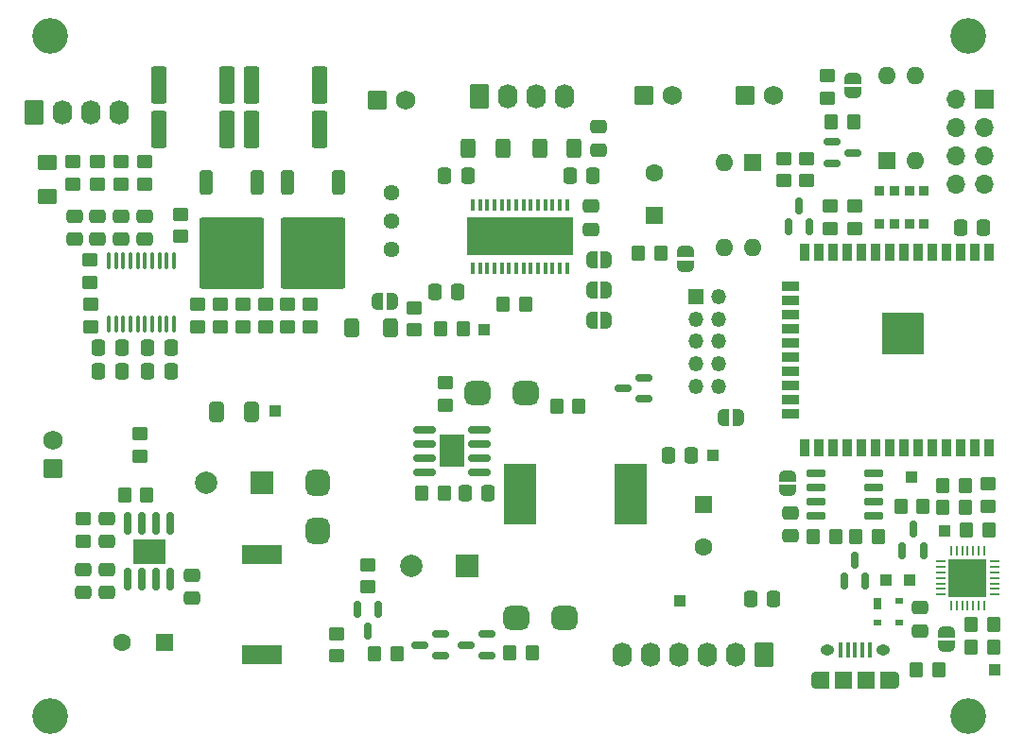
<source format=gbr>
%TF.GenerationSoftware,KiCad,Pcbnew,7.0.2-6a45011f42~172~ubuntu22.04.1*%
%TF.CreationDate,2023-06-02T03:11:57+02:00*%
%TF.ProjectId,MR-SLDR-01,4d522d53-4c44-4522-9d30-312e6b696361,rev?*%
%TF.SameCoordinates,Original*%
%TF.FileFunction,Soldermask,Top*%
%TF.FilePolarity,Negative*%
%FSLAX46Y46*%
G04 Gerber Fmt 4.6, Leading zero omitted, Abs format (unit mm)*
G04 Created by KiCad (PCBNEW 7.0.2-6a45011f42~172~ubuntu22.04.1) date 2023-06-02 03:11:57*
%MOMM*%
%LPD*%
G01*
G04 APERTURE LIST*
G04 Aperture macros list*
%AMRoundRect*
0 Rectangle with rounded corners*
0 $1 Rounding radius*
0 $2 $3 $4 $5 $6 $7 $8 $9 X,Y pos of 4 corners*
0 Add a 4 corners polygon primitive as box body*
4,1,4,$2,$3,$4,$5,$6,$7,$8,$9,$2,$3,0*
0 Add four circle primitives for the rounded corners*
1,1,$1+$1,$2,$3*
1,1,$1+$1,$4,$5*
1,1,$1+$1,$6,$7*
1,1,$1+$1,$8,$9*
0 Add four rect primitives between the rounded corners*
20,1,$1+$1,$2,$3,$4,$5,0*
20,1,$1+$1,$4,$5,$6,$7,0*
20,1,$1+$1,$6,$7,$8,$9,0*
20,1,$1+$1,$8,$9,$2,$3,0*%
%AMFreePoly0*
4,1,19,0.500000,-0.750000,0.000000,-0.750000,0.000000,-0.744911,-0.071157,-0.744911,-0.207708,-0.704816,-0.327430,-0.627875,-0.420627,-0.520320,-0.479746,-0.390866,-0.500000,-0.250000,-0.500000,0.250000,-0.479746,0.390866,-0.420627,0.520320,-0.327430,0.627875,-0.207708,0.704816,-0.071157,0.744911,0.000000,0.744911,0.000000,0.750000,0.500000,0.750000,0.500000,-0.750000,0.500000,-0.750000,
$1*%
%AMFreePoly1*
4,1,19,0.000000,0.744911,0.071157,0.744911,0.207708,0.704816,0.327430,0.627875,0.420627,0.520320,0.479746,0.390866,0.500000,0.250000,0.500000,-0.250000,0.479746,-0.390866,0.420627,-0.520320,0.327430,-0.627875,0.207708,-0.704816,0.071157,-0.744911,0.000000,-0.744911,0.000000,-0.750000,-0.500000,-0.750000,-0.500000,0.750000,0.000000,0.750000,0.000000,0.744911,0.000000,0.744911,
$1*%
G04 Aperture macros list end*
%ADD10C,0.200000*%
%ADD11RoundRect,0.250000X-0.400000X-0.600000X0.400000X-0.600000X0.400000X0.600000X-0.400000X0.600000X0*%
%ADD12C,1.440000*%
%ADD13RoundRect,0.250000X0.350000X0.450000X-0.350000X0.450000X-0.350000X-0.450000X0.350000X-0.450000X0*%
%ADD14RoundRect,0.250000X0.450000X-0.350000X0.450000X0.350000X-0.450000X0.350000X-0.450000X-0.350000X0*%
%ADD15RoundRect,0.250000X-0.350000X0.850000X-0.350000X-0.850000X0.350000X-0.850000X0.350000X0.850000X0*%
%ADD16RoundRect,0.249997X-2.650003X2.950003X-2.650003X-2.950003X2.650003X-2.950003X2.650003X2.950003X0*%
%ADD17C,3.200000*%
%ADD18RoundRect,0.249999X0.450001X1.425001X-0.450001X1.425001X-0.450001X-1.425001X0.450001X-1.425001X0*%
%ADD19R,0.900000X1.500000*%
%ADD20R,1.500000X0.900000*%
%ADD21R,0.900000X0.900000*%
%ADD22RoundRect,0.250000X-0.350000X-0.450000X0.350000X-0.450000X0.350000X0.450000X-0.350000X0.450000X0*%
%ADD23RoundRect,0.250000X-0.400000X-0.625000X0.400000X-0.625000X0.400000X0.625000X-0.400000X0.625000X0*%
%ADD24FreePoly0,180.000000*%
%ADD25FreePoly1,180.000000*%
%ADD26RoundRect,0.150000X-0.587500X-0.150000X0.587500X-0.150000X0.587500X0.150000X-0.587500X0.150000X0*%
%ADD27RoundRect,0.250000X-0.337500X-0.475000X0.337500X-0.475000X0.337500X0.475000X-0.337500X0.475000X0*%
%ADD28RoundRect,0.250000X0.475000X-0.337500X0.475000X0.337500X-0.475000X0.337500X-0.475000X-0.337500X0*%
%ADD29RoundRect,0.250000X0.412500X0.650000X-0.412500X0.650000X-0.412500X-0.650000X0.412500X-0.650000X0*%
%ADD30R,2.000000X2.000000*%
%ADD31C,2.000000*%
%ADD32RoundRect,0.250000X0.620000X-0.620000X0.620000X0.620000X-0.620000X0.620000X-0.620000X-0.620000X0*%
%ADD33C,1.740000*%
%ADD34FreePoly0,270.000000*%
%ADD35FreePoly1,270.000000*%
%ADD36R,1.000000X1.000000*%
%ADD37RoundRect,0.250000X-0.620000X-0.620000X0.620000X-0.620000X0.620000X0.620000X-0.620000X0.620000X0*%
%ADD38RoundRect,0.100000X0.100000X-0.637500X0.100000X0.637500X-0.100000X0.637500X-0.100000X-0.637500X0*%
%ADD39RoundRect,0.250000X-0.450000X0.350000X-0.450000X-0.350000X0.450000X-0.350000X0.450000X0.350000X0*%
%ADD40RoundRect,0.150000X0.725000X0.150000X-0.725000X0.150000X-0.725000X-0.150000X0.725000X-0.150000X0*%
%ADD41RoundRect,0.250000X-0.475000X0.337500X-0.475000X-0.337500X0.475000X-0.337500X0.475000X0.337500X0*%
%ADD42R,0.400000X1.100000*%
%ADD43R,9.500000X3.400000*%
%ADD44R,3.600000X1.700000*%
%ADD45R,2.900000X5.400000*%
%ADD46RoundRect,0.150000X0.150000X-0.587500X0.150000X0.587500X-0.150000X0.587500X-0.150000X-0.587500X0*%
%ADD47RoundRect,0.250000X0.337500X0.475000X-0.337500X0.475000X-0.337500X-0.475000X0.337500X-0.475000X0*%
%ADD48RoundRect,0.250001X0.624999X-0.462499X0.624999X0.462499X-0.624999X0.462499X-0.624999X-0.462499X0*%
%ADD49RoundRect,0.150000X0.587500X0.150000X-0.587500X0.150000X-0.587500X-0.150000X0.587500X-0.150000X0*%
%ADD50RoundRect,0.150000X0.150000X-0.825000X0.150000X0.825000X-0.150000X0.825000X-0.150000X-0.825000X0*%
%ADD51R,3.000000X2.290000*%
%ADD52R,1.600000X1.600000*%
%ADD53C,1.600000*%
%ADD54R,0.700000X1.000000*%
%ADD55R,0.700000X0.600000*%
%ADD56RoundRect,0.150000X-0.150000X0.587500X-0.150000X-0.587500X0.150000X-0.587500X0.150000X0.587500X0*%
%ADD57RoundRect,0.250000X-0.620000X-0.845000X0.620000X-0.845000X0.620000X0.845000X-0.620000X0.845000X0*%
%ADD58O,1.740000X2.190000*%
%ADD59R,1.350000X1.350000*%
%ADD60O,1.350000X1.350000*%
%ADD61O,1.600000X1.600000*%
%ADD62RoundRect,0.572400X-0.487600X0.572600X-0.487600X-0.572600X0.487600X-0.572600X0.487600X0.572600X0*%
%ADD63RoundRect,0.572400X0.572600X0.487600X-0.572600X0.487600X-0.572600X-0.487600X0.572600X-0.487600X0*%
%ADD64RoundRect,0.150000X0.825000X0.150000X-0.825000X0.150000X-0.825000X-0.150000X0.825000X-0.150000X0*%
%ADD65R,2.290000X3.000000*%
%ADD66R,0.400000X1.350000*%
%ADD67O,0.890000X1.550000*%
%ADD68R,1.200000X1.550000*%
%ADD69O,1.250000X0.950000*%
%ADD70R,1.500000X1.550000*%
%ADD71FreePoly0,0.000000*%
%ADD72FreePoly1,0.000000*%
%ADD73RoundRect,0.250000X0.400000X0.625000X-0.400000X0.625000X-0.400000X-0.625000X0.400000X-0.625000X0*%
%ADD74RoundRect,0.250000X0.620000X0.845000X-0.620000X0.845000X-0.620000X-0.845000X0.620000X-0.845000X0*%
%ADD75R,1.700000X1.700000*%
%ADD76O,1.700000X1.700000*%
%ADD77RoundRect,0.572400X-0.572600X-0.487600X0.572600X-0.487600X0.572600X0.487600X-0.572600X0.487600X0*%
%ADD78RoundRect,0.062500X-0.337500X-0.062500X0.337500X-0.062500X0.337500X0.062500X-0.337500X0.062500X0*%
%ADD79RoundRect,0.062500X-0.062500X-0.337500X0.062500X-0.337500X0.062500X0.337500X-0.062500X0.337500X0*%
%ADD80R,3.350000X3.350000*%
G04 APERTURE END LIST*
D10*
X174600000Y-103900000D02*
X178200000Y-103900000D01*
X178200000Y-107500000D01*
X174600000Y-107500000D01*
X174600000Y-103900000D01*
G36*
X174600000Y-103900000D02*
G01*
X178200000Y-103900000D01*
X178200000Y-107500000D01*
X174600000Y-107500000D01*
X174600000Y-103900000D01*
G37*
D11*
%TO.C,D5*%
X127050000Y-105200000D03*
X130550000Y-105200000D03*
%TD*%
D12*
%TO.C,RV1*%
X130600000Y-98180000D03*
X130600000Y-95640000D03*
X130600000Y-93100000D03*
%TD*%
D13*
%TO.C,R20*%
X147400000Y-112200000D03*
X145400000Y-112200000D03*
%TD*%
D14*
%TO.C,R19*%
X108500000Y-92300000D03*
X108500000Y-90300000D03*
%TD*%
D15*
%TO.C,Q5*%
X118580000Y-92160000D03*
D16*
X116300000Y-98460000D03*
D15*
X114020000Y-92160000D03*
%TD*%
D17*
%TO.C,H3*%
X182250001Y-78999999D03*
%TD*%
D13*
%TO.C,R30*%
X182000000Y-119300000D03*
X180000000Y-119300000D03*
%TD*%
D18*
%TO.C,R17*%
X115850000Y-87400000D03*
X109750000Y-87400000D03*
%TD*%
D19*
%TO.C,U4*%
X184110000Y-98450000D03*
X182840000Y-98450000D03*
X181570000Y-98450000D03*
X180300000Y-98450000D03*
X179030000Y-98450000D03*
X177760000Y-98450000D03*
X176490000Y-98450000D03*
X175220000Y-98450000D03*
X173950000Y-98450000D03*
X172680000Y-98450000D03*
X171410000Y-98450000D03*
X170140000Y-98450000D03*
X168870000Y-98450000D03*
X167600000Y-98450000D03*
D20*
X166350000Y-101480000D03*
X166350000Y-102750000D03*
X166350000Y-104020000D03*
X166350000Y-105290000D03*
X166350000Y-106560000D03*
X166350000Y-107830000D03*
X166350000Y-109100000D03*
X166350000Y-110370000D03*
X166350000Y-111640000D03*
X166350000Y-112910000D03*
D19*
X167600000Y-115950000D03*
X168870000Y-115950000D03*
X170140000Y-115950000D03*
X171410000Y-115950000D03*
X172680000Y-115950000D03*
X173950000Y-115950000D03*
X175220000Y-115950000D03*
X176490000Y-115950000D03*
X177760000Y-115950000D03*
X179030000Y-115950000D03*
X180300000Y-115950000D03*
X181570000Y-115950000D03*
X182840000Y-115950000D03*
X184110000Y-115950000D03*
D21*
X177790000Y-104300000D03*
X176390000Y-104300000D03*
X174990000Y-104300000D03*
X177790000Y-105700000D03*
X176390000Y-105700000D03*
X174990000Y-105700000D03*
X177790000Y-107100000D03*
X176390000Y-107100000D03*
X174990000Y-107100000D03*
%TD*%
D22*
%TO.C,R38*%
X140600000Y-103100000D03*
X142600000Y-103100000D03*
%TD*%
D23*
%TO.C,R36*%
X143850000Y-89100000D03*
X146950000Y-89100000D03*
%TD*%
D14*
%TO.C,R6*%
X119300000Y-105100000D03*
X119300000Y-103100000D03*
%TD*%
D24*
%TO.C,JP4*%
X149850000Y-101800000D03*
D25*
X148550000Y-101800000D03*
%TD*%
D17*
%TO.C,H1*%
X100000001Y-139999999D03*
%TD*%
D26*
%TO.C,Q8*%
X170062500Y-88550000D03*
X170062500Y-90450000D03*
X171937500Y-89500000D03*
%TD*%
D27*
%TO.C,C25*%
X135362500Y-91600000D03*
X137437500Y-91600000D03*
%TD*%
D14*
%TO.C,R14*%
X102100000Y-92300000D03*
X102100000Y-90300000D03*
%TD*%
D28*
%TO.C,C16*%
X105100000Y-124337500D03*
X105100000Y-122262500D03*
%TD*%
D14*
%TO.C,R41*%
X172100000Y-96300000D03*
X172100000Y-94300000D03*
%TD*%
D29*
%TO.C,C20*%
X118062500Y-112700000D03*
X114937500Y-112700000D03*
%TD*%
D30*
%TO.C,C19*%
X119000000Y-119100000D03*
D31*
X114000000Y-119100000D03*
%TD*%
D32*
%TO.C,J10*%
X100250000Y-117770000D03*
D33*
X100250000Y-115230000D03*
%TD*%
D34*
%TO.C,JP6*%
X166100000Y-118450000D03*
D35*
X166100000Y-119750000D03*
%TD*%
D36*
%TO.C,TP7*%
X184600000Y-135800000D03*
%TD*%
D13*
%TO.C,R35*%
X154700000Y-98500000D03*
X152700000Y-98500000D03*
%TD*%
D37*
%TO.C,J1*%
X129330000Y-84750000D03*
D33*
X131870000Y-84750000D03*
%TD*%
D38*
%TO.C,U1*%
X105275000Y-104862500D03*
X105925000Y-104862500D03*
X106575000Y-104862500D03*
X107225000Y-104862500D03*
X107875000Y-104862500D03*
X108525000Y-104862500D03*
X109175000Y-104862500D03*
X109825000Y-104862500D03*
X110475000Y-104862500D03*
X111125000Y-104862500D03*
X111125000Y-99137500D03*
X110475000Y-99137500D03*
X109825000Y-99137500D03*
X109175000Y-99137500D03*
X108525000Y-99137500D03*
X107875000Y-99137500D03*
X107225000Y-99137500D03*
X106575000Y-99137500D03*
X105925000Y-99137500D03*
X105275000Y-99137500D03*
%TD*%
D27*
%TO.C,C2*%
X104362500Y-107000000D03*
X106437500Y-107000000D03*
%TD*%
D39*
%TO.C,R33*%
X184000000Y-119200000D03*
X184000000Y-121200000D03*
%TD*%
D34*
%TO.C,JP8*%
X156900000Y-98350000D03*
D35*
X156900000Y-99650000D03*
%TD*%
D40*
%TO.C,U7*%
X173775000Y-122005000D03*
X173775000Y-120735000D03*
X173775000Y-119465000D03*
X173775000Y-118195000D03*
X168625000Y-118195000D03*
X168625000Y-119465000D03*
X168625000Y-120735000D03*
X168625000Y-122005000D03*
%TD*%
D41*
%TO.C,C22*%
X177900000Y-130262500D03*
X177900000Y-132337500D03*
%TD*%
D36*
%TO.C,TP1*%
X159400000Y-116600000D03*
%TD*%
%TO.C,TP8*%
X156400000Y-129700000D03*
%TD*%
D22*
%TO.C,R29*%
X182500000Y-131800000D03*
X184500000Y-131800000D03*
%TD*%
D28*
%TO.C,C15*%
X105100000Y-128937500D03*
X105100000Y-126862500D03*
%TD*%
D15*
%TO.C,Q4*%
X125880000Y-92160000D03*
D16*
X123600000Y-98460000D03*
D15*
X121320000Y-92160000D03*
%TD*%
D17*
%TO.C,H2*%
X182250001Y-139999999D03*
%TD*%
%TO.C,H4*%
X100000001Y-78999999D03*
%TD*%
D14*
%TO.C,R9*%
X103600000Y-101100000D03*
X103600000Y-99100000D03*
%TD*%
%TO.C,R24*%
X103000000Y-124300000D03*
X103000000Y-122300000D03*
%TD*%
D27*
%TO.C,C3*%
X104362500Y-109100000D03*
X106437500Y-109100000D03*
%TD*%
D22*
%TO.C,R1*%
X141200000Y-134300000D03*
X143200000Y-134300000D03*
%TD*%
D42*
%TO.C,U6*%
X146325000Y-94150000D03*
X145675000Y-94150000D03*
X145025000Y-94150000D03*
X144375000Y-94150000D03*
X143725000Y-94150000D03*
X143075000Y-94150000D03*
X142425000Y-94150000D03*
X141775000Y-94150000D03*
X141125000Y-94150000D03*
X140475000Y-94150000D03*
X139825000Y-94150000D03*
X139175000Y-94150000D03*
X138525000Y-94150000D03*
X137875000Y-94150000D03*
X137875000Y-99850000D03*
X138525000Y-99850000D03*
X139175000Y-99850000D03*
X139825000Y-99850000D03*
X140475000Y-99850000D03*
X141125000Y-99850000D03*
X141775000Y-99850000D03*
X142425000Y-99850000D03*
X143075000Y-99850000D03*
X143725000Y-99850000D03*
X144375000Y-99850000D03*
X145025000Y-99850000D03*
X145675000Y-99850000D03*
X146325000Y-99850000D03*
D43*
X142100000Y-97000000D03*
%TD*%
D44*
%TO.C,L2*%
X119000000Y-134500000D03*
X119000000Y-125500000D03*
%TD*%
D34*
%TO.C,JP1*%
X180300000Y-132450000D03*
D35*
X180300000Y-133750000D03*
%TD*%
D22*
%TO.C,R28*%
X177600000Y-135800000D03*
X179600000Y-135800000D03*
%TD*%
D14*
%TO.C,R2*%
X117300000Y-105100000D03*
X117300000Y-103100000D03*
%TD*%
D13*
%TO.C,R47*%
X131100000Y-134400000D03*
X129100000Y-134400000D03*
%TD*%
D45*
%TO.C,L1*%
X142150000Y-120100000D03*
X152050000Y-120100000D03*
%TD*%
D46*
%TO.C,Q6*%
X171150000Y-127875000D03*
X173050000Y-127875000D03*
X172100000Y-126000000D03*
%TD*%
D14*
%TO.C,R21*%
X135400000Y-112100000D03*
X135400000Y-110100000D03*
%TD*%
%TO.C,R4*%
X121300000Y-105100000D03*
X121300000Y-103100000D03*
%TD*%
D21*
%TO.C,RN1*%
X178300000Y-92900000D03*
X176960000Y-92900000D03*
X175640000Y-92900000D03*
X174300000Y-92900000D03*
X174300000Y-95900000D03*
X175640000Y-95900000D03*
X176960000Y-95900000D03*
X178300000Y-95900000D03*
%TD*%
D39*
%TO.C,R7*%
X128500000Y-126400000D03*
X128500000Y-128400000D03*
%TD*%
D28*
%TO.C,C9*%
X104300000Y-97237500D03*
X104300000Y-95162500D03*
%TD*%
D13*
%TO.C,R40*%
X170400000Y-123900000D03*
X168400000Y-123900000D03*
%TD*%
D27*
%TO.C,C21*%
X181562500Y-96200000D03*
X183637500Y-96200000D03*
%TD*%
D47*
%TO.C,C13*%
X157437500Y-116600000D03*
X155362500Y-116600000D03*
%TD*%
D48*
%TO.C,F1*%
X99800000Y-93387500D03*
X99800000Y-90412500D03*
%TD*%
D22*
%TO.C,R27*%
X182500000Y-133800000D03*
X184500000Y-133800000D03*
%TD*%
D37*
%TO.C,J9*%
X153230000Y-84350000D03*
D33*
X155770000Y-84350000D03*
%TD*%
D22*
%TO.C,R32*%
X176200000Y-121200000D03*
X178200000Y-121200000D03*
%TD*%
D49*
%TO.C,Q2*%
X135037500Y-134550000D03*
X135037500Y-132650000D03*
X133162500Y-133600000D03*
%TD*%
D50*
%TO.C,U3*%
X106995000Y-127700000D03*
X108265000Y-127700000D03*
X109535000Y-127700000D03*
X110805000Y-127700000D03*
X110805000Y-122750000D03*
X109535000Y-122750000D03*
X108265000Y-122750000D03*
X106995000Y-122750000D03*
D51*
X108900000Y-125225000D03*
%TD*%
D22*
%TO.C,R48*%
X135000000Y-105300000D03*
X137000000Y-105300000D03*
%TD*%
D49*
%TO.C,Q1*%
X139137500Y-134550000D03*
X139137500Y-132650000D03*
X137262500Y-133600000D03*
%TD*%
D14*
%TO.C,R10*%
X113200000Y-105100000D03*
X113200000Y-103100000D03*
%TD*%
%TO.C,R15*%
X104250001Y-92300000D03*
X104250001Y-90300000D03*
%TD*%
D52*
%TO.C,C11*%
X158500000Y-120997349D03*
D53*
X158500000Y-124797349D03*
%TD*%
D54*
%TO.C,D4*%
X174100000Y-129900000D03*
D55*
X174100000Y-131600000D03*
X176100000Y-131600000D03*
X176100000Y-129700000D03*
%TD*%
D34*
%TO.C,JP7*%
X171900000Y-82850000D03*
D35*
X171900000Y-84150000D03*
%TD*%
D13*
%TO.C,R39*%
X174200000Y-123900000D03*
X172200000Y-123900000D03*
%TD*%
D56*
%TO.C,Q3*%
X129450000Y-130462500D03*
X127550000Y-130462500D03*
X128500000Y-132337500D03*
%TD*%
D57*
%TO.C,J5*%
X138490000Y-84420000D03*
D58*
X141030000Y-84420000D03*
X143570000Y-84420000D03*
X146110000Y-84420000D03*
%TD*%
D47*
%TO.C,C4*%
X110837500Y-109100000D03*
X108762500Y-109100000D03*
%TD*%
D39*
%TO.C,R8*%
X123300000Y-103100000D03*
X123300000Y-105100000D03*
%TD*%
D13*
%TO.C,R12*%
X135300000Y-120000000D03*
X133300000Y-120000000D03*
%TD*%
D14*
%TO.C,R42*%
X169900000Y-96300000D03*
X169900000Y-94300000D03*
%TD*%
D49*
%TO.C,D6*%
X153175000Y-111550000D03*
X153175000Y-109650000D03*
X151300000Y-110600000D03*
%TD*%
D27*
%TO.C,C23*%
X134462500Y-102000000D03*
X136537500Y-102000000D03*
%TD*%
D59*
%TO.C,J4*%
X157900000Y-102400000D03*
D60*
X159900000Y-102400000D03*
X157900000Y-104400000D03*
X159900000Y-104400000D03*
X157900000Y-106400000D03*
X159900000Y-106400000D03*
X157900000Y-108400000D03*
X159900000Y-108400000D03*
X157900000Y-110400000D03*
X159900000Y-110400000D03*
%TD*%
D52*
%TO.C,U8*%
X174925000Y-90200000D03*
D61*
X177465000Y-90200000D03*
X177465000Y-82580000D03*
X174925000Y-82580000D03*
%TD*%
D47*
%TO.C,C5*%
X110837500Y-107000000D03*
X108762500Y-107000000D03*
%TD*%
D13*
%TO.C,R43*%
X172000000Y-86700000D03*
X170000000Y-86700000D03*
%TD*%
D28*
%TO.C,C8*%
X102200000Y-97237500D03*
X102200000Y-95162500D03*
%TD*%
D52*
%TO.C,U9*%
X162900000Y-90400000D03*
D61*
X160360000Y-90400000D03*
X160360000Y-98020000D03*
X162900000Y-98020000D03*
%TD*%
D62*
%TO.C,D3*%
X124000000Y-123360000D03*
X124000000Y-119040000D03*
%TD*%
D63*
%TO.C,D2*%
X138280000Y-111000000D03*
X142600000Y-111000000D03*
%TD*%
D24*
%TO.C,JP5*%
X149850000Y-99100000D03*
D25*
X148550000Y-99100000D03*
%TD*%
D37*
%TO.C,J8*%
X162230000Y-84350000D03*
D33*
X164770000Y-84350000D03*
%TD*%
D27*
%TO.C,C30*%
X162762500Y-129500000D03*
X164837500Y-129500000D03*
%TD*%
D14*
%TO.C,R16*%
X106400000Y-92300000D03*
X106400000Y-90300000D03*
%TD*%
D18*
%TO.C,R23*%
X124150000Y-83400000D03*
X118050000Y-83400000D03*
%TD*%
D28*
%TO.C,C12*%
X108500000Y-97237500D03*
X108500000Y-95162500D03*
%TD*%
D14*
%TO.C,R11*%
X103687501Y-105074999D03*
X103687501Y-103074999D03*
%TD*%
D30*
%TO.C,C1*%
X137400000Y-126500000D03*
D31*
X132400000Y-126500000D03*
%TD*%
D18*
%TO.C,R22*%
X115850000Y-83400000D03*
X109750000Y-83400000D03*
%TD*%
D36*
%TO.C,TP5*%
X174900000Y-127800000D03*
%TD*%
%TO.C,TP3*%
X177200000Y-118600000D03*
%TD*%
D47*
%TO.C,C6*%
X139237500Y-120000000D03*
X137162500Y-120000000D03*
%TD*%
D39*
%TO.C,R49*%
X132600000Y-103400000D03*
X132600000Y-105400000D03*
%TD*%
%TO.C,R25*%
X108100000Y-114700000D03*
X108100000Y-116700000D03*
%TD*%
D36*
%TO.C,TP6*%
X177000000Y-127800000D03*
%TD*%
%TO.C,Batt.meas1*%
X138900000Y-105400000D03*
%TD*%
D39*
%TO.C,R13*%
X111700000Y-95000000D03*
X111700000Y-97000000D03*
%TD*%
D36*
%TO.C,TP2*%
X120200000Y-112600000D03*
%TD*%
D14*
%TO.C,R46*%
X165700000Y-92000000D03*
X165700000Y-90000000D03*
%TD*%
D64*
%TO.C,U2*%
X138475000Y-118105000D03*
X138475000Y-116835000D03*
X138475000Y-115565000D03*
X138475000Y-114295000D03*
X133525000Y-114295000D03*
X133525000Y-115565000D03*
X133525000Y-116835000D03*
X133525000Y-118105000D03*
D65*
X136000000Y-116200000D03*
%TD*%
D52*
%TO.C,C14*%
X110300000Y-133400000D03*
D53*
X106500000Y-133400000D03*
%TD*%
D22*
%TO.C,R34*%
X180000000Y-121300000D03*
X182000000Y-121300000D03*
%TD*%
D57*
%TO.C,J2*%
X98600000Y-85900000D03*
D58*
X101140000Y-85900000D03*
X103680000Y-85900000D03*
X106220000Y-85900000D03*
%TD*%
D66*
%TO.C,J3*%
X170800000Y-134100000D03*
X171450000Y-134100000D03*
X172100000Y-134100000D03*
X172750000Y-134100000D03*
X173400000Y-134100000D03*
D67*
X168600000Y-136800000D03*
D68*
X169200000Y-136800000D03*
D69*
X169600000Y-134100000D03*
D70*
X171100000Y-136800000D03*
X173100000Y-136800000D03*
D69*
X174600000Y-134100000D03*
D68*
X175000000Y-136800000D03*
D67*
X175600000Y-136800000D03*
%TD*%
D41*
%TO.C,C27*%
X149100000Y-87162500D03*
X149100000Y-89237500D03*
%TD*%
D46*
%TO.C,Q9*%
X166150000Y-96137500D03*
X168050000Y-96137500D03*
X167100000Y-94262500D03*
%TD*%
D28*
%TO.C,C28*%
X148475001Y-96362499D03*
X148475001Y-94287499D03*
%TD*%
%TO.C,C10*%
X106400000Y-97237500D03*
X106400000Y-95162500D03*
%TD*%
D41*
%TO.C,C17*%
X112700000Y-127362500D03*
X112700000Y-129437500D03*
%TD*%
D52*
%TO.C,C24*%
X154100000Y-95102651D03*
D53*
X154100000Y-91302651D03*
%TD*%
D14*
%TO.C,R3*%
X125700000Y-134600000D03*
X125700000Y-132600000D03*
%TD*%
D71*
%TO.C,JP2*%
X160350000Y-113200000D03*
D72*
X161650000Y-113200000D03*
%TD*%
D14*
%TO.C,R45*%
X169600000Y-84600000D03*
X169600000Y-82600000D03*
%TD*%
D36*
%TO.C,TP4*%
X180100000Y-123400000D03*
%TD*%
D73*
%TO.C,R37*%
X140550000Y-89100000D03*
X137450000Y-89100000D03*
%TD*%
D74*
%TO.C,J6*%
X163950000Y-134480000D03*
D58*
X161410000Y-134480000D03*
X158870000Y-134480000D03*
X156330000Y-134480000D03*
X153790000Y-134480000D03*
X151250000Y-134480000D03*
%TD*%
D39*
%TO.C,R44*%
X167800000Y-90000000D03*
X167800000Y-92000000D03*
%TD*%
D46*
%TO.C,Q7*%
X176350000Y-125137500D03*
X178250000Y-125137500D03*
X177300000Y-123262500D03*
%TD*%
D41*
%TO.C,C18*%
X103000000Y-126862500D03*
X103000000Y-128937500D03*
%TD*%
D24*
%TO.C,JP3*%
X149850000Y-104500000D03*
D25*
X148550000Y-104500000D03*
%TD*%
D28*
%TO.C,C29*%
X166300000Y-123837500D03*
X166300000Y-121762500D03*
%TD*%
D27*
%TO.C,C26*%
X146562500Y-91600000D03*
X148637500Y-91600000D03*
%TD*%
D39*
%TO.C,R5*%
X115300000Y-103100000D03*
X115300000Y-105100000D03*
%TD*%
D75*
%TO.C,J7*%
X183690000Y-84700000D03*
D76*
X181150000Y-84700000D03*
X183690000Y-87240000D03*
X181150000Y-87240000D03*
X183690000Y-89780000D03*
X181150000Y-89780000D03*
X183690000Y-92320000D03*
X181150000Y-92320000D03*
%TD*%
D77*
%TO.C,D1*%
X146120001Y-131199999D03*
X141800001Y-131199999D03*
%TD*%
D71*
%TO.C,JP9*%
X129350000Y-102800000D03*
D72*
X130650000Y-102800000D03*
%TD*%
D78*
%TO.C,U5*%
X179750000Y-126100000D03*
X179750000Y-126600000D03*
X179750000Y-127100000D03*
X179750000Y-127600000D03*
X179750000Y-128100000D03*
X179750000Y-128600000D03*
X179750000Y-129100000D03*
D79*
X180700000Y-130050000D03*
X181200000Y-130050000D03*
X181700000Y-130050000D03*
X182200000Y-130050000D03*
X182700000Y-130050000D03*
X183200000Y-130050000D03*
X183700000Y-130050000D03*
D78*
X184650000Y-129100000D03*
X184650000Y-128600000D03*
X184650000Y-128100000D03*
X184650000Y-127600000D03*
X184650000Y-127100000D03*
X184650000Y-126600000D03*
X184650000Y-126100000D03*
D79*
X183700000Y-125150000D03*
X183200000Y-125150000D03*
X182700000Y-125150000D03*
X182200000Y-125150000D03*
X181700000Y-125150000D03*
X181200000Y-125150000D03*
X180700000Y-125150000D03*
D80*
X182200000Y-127600000D03*
%TD*%
D18*
%TO.C,R18*%
X124150000Y-87400000D03*
X118050000Y-87400000D03*
%TD*%
D13*
%TO.C,R26*%
X108700000Y-120200000D03*
X106700000Y-120200000D03*
%TD*%
%TO.C,R31*%
X184100000Y-123300000D03*
X182100000Y-123300000D03*
%TD*%
M02*

</source>
